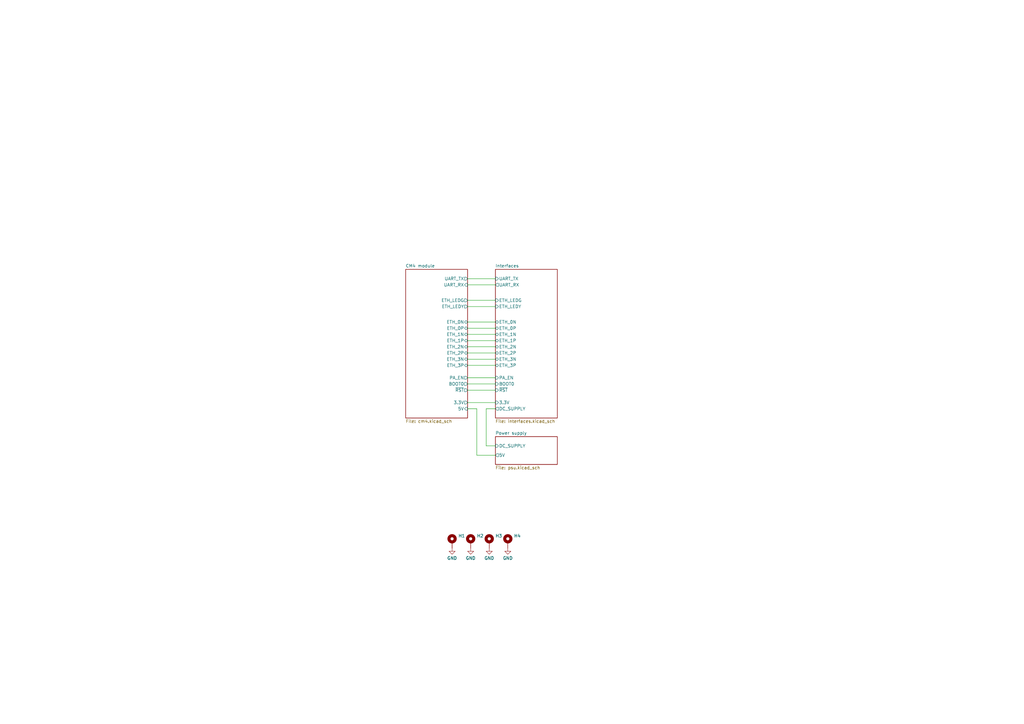
<source format=kicad_sch>
(kicad_sch (version 20230121) (generator eeschema)
  (paper "A3")
  (title_block (title "RRU CM4 board") (date "23-01-2024") (rev "A") (company "M17 Project") (comment 1 "Wojciech Kaczmarski, SP5WWP"))
  (lib_symbols
    (symbol "Mechanical:MountingHole_Pad" (pin_numbers hide) (pin_names (offset 1.016) hide)
      (property "Reference" "H" (at 0 6.35 0))
      (property "Value" "MountingHole_Pad" (at 0 4.445 0))
      (symbol "MountingHole_Pad_0_1"
        (circle (center 0 1.27) (radius 1.27) (stroke (width 1.27)))
      )
      (symbol "MountingHole_Pad_1_1"
        (pin input line (at 0 -2.54 90) (length 2.54) (name "1") (number "1"))
      )
    )
    (symbol "power:GND" (power) (pin_names (offset 0))
      (property "Value" "GND" (at 0 -3.81 0))
      (symbol "GND_0_1"
        (polyline (pts (xy 0 0) (xy 0 -1.27) (xy 1.27 -1.27) (xy 0 -2.54) (xy -1.27 -1.27) (xy 0 -1.27)))
      )
      (symbol "GND_1_1"
        (pin power_in line (at 0 0 270) (length 0) hide (name "GND") (number "1"))
      )
    )
  )
  (wire (pts (xy 191.77 147.32) (xy 203.2 147.32)))
  (wire (pts (xy 191.77 144.78) (xy 203.2 144.78)))
  (wire (pts (xy 195.58 186.69) (xy 203.2 186.69)))
  (wire (pts (xy 191.77 157.48) (xy 203.2 157.48)))
  (wire (pts (xy 191.77 125.73) (xy 203.2 125.73)))
  (wire (pts (xy 203.2 182.88) (xy 199.39 182.88)))
  (wire (pts (xy 191.77 132.08) (xy 203.2 132.08)))
  (wire (pts (xy 199.39 182.88) (xy 199.39 167.64)))
  (wire (pts (xy 191.77 154.94) (xy 203.2 154.94)))
  (wire (pts (xy 191.77 142.24) (xy 203.2 142.24)))
  (wire (pts (xy 191.77 139.7) (xy 203.2 139.7)))
  (wire (pts (xy 191.77 116.84) (xy 203.2 116.84)))
  (wire (pts (xy 191.77 134.62) (xy 203.2 134.62)))
  (wire (pts (xy 195.58 167.64) (xy 195.58 186.69)))
  (wire (pts (xy 191.77 160.02) (xy 203.2 160.02)))
  (wire (pts (xy 195.58 167.64) (xy 191.77 167.64)))
  (wire (pts (xy 191.77 123.19) (xy 203.2 123.19)))
  (wire (pts (xy 191.77 165.1) (xy 203.2 165.1)))
  (wire (pts (xy 191.77 149.86) (xy 203.2 149.86)))
  (wire (pts (xy 199.39 167.64) (xy 203.2 167.64)))
  (wire (pts (xy 191.77 137.16) (xy 203.2 137.16)))
  (wire (pts (xy 191.77 114.3) (xy 203.2 114.3)))
  (symbol (lib_id "power:GND") (at 208.28 224.79 0) (unit 1)
    (property "Reference" "#PWR04" (effects hide))
    (property "Value" "GND" (at 208.28 228.9231 0))
  )
  (symbol (lib_id "power:GND") (at 193.04 224.79 0) (unit 1)
    (property "Reference" "#PWR02" (effects hide))
    (property "Value" "GND" (at 193.04 228.9231 0))
  )
  (symbol (lib_id "Mechanical:MountingHole_Pad") (at 200.66 222.25 0) (unit 1) (in_bom no)
    (property "Reference" "H3" (at 203.2 219.7679 0) (effects (justify left)))
    (property "Value" "MountingHole_Pad" (effects hide))
    (property "Footprint" "MountingHole:MountingHole_3.2mm_M3_Pad_Via" (effects hide))
    (property "PN" "-" (effects hide))
    (property "MPN" "-" (effects hide))
  )
  (symbol (lib_id "Mechanical:MountingHole_Pad") (at 208.28 222.25 0) (unit 1) (in_bom no)
    (property "Reference" "H4" (at 210.82 219.7679 0) (effects (justify left)))
    (property "Value" "MountingHole_Pad" (effects hide))
    (property "Footprint" "MountingHole:MountingHole_3.2mm_M3_Pad_Via" (effects hide))
    (property "PN" "-" (effects hide))
    (property "MPN" "-" (effects hide))
  )
  (symbol (lib_id "Mechanical:MountingHole_Pad") (at 193.04 222.25 0) (unit 1) (in_bom no)
    (property "Reference" "H2" (at 195.58 219.7679 0) (effects (justify left)))
    (property "Value" "MountingHole_Pad" (effects hide))
    (property "Footprint" "MountingHole:MountingHole_3.2mm_M3_Pad_Via" (effects hide))
    (property "PN" "-" (effects hide))
    (property "MPN" "-" (effects hide))
  )
  (symbol (lib_id "Mechanical:MountingHole_Pad") (at 185.42 222.25 0) (unit 1) (in_bom no)
    (property "Reference" "H1" (at 187.96 219.7679 0) (effects (justify left)))
    (property "Value" "MountingHole_Pad" (effects hide))
    (property "Footprint" "MountingHole:MountingHole_3.2mm_M3_Pad_Via" (effects hide))
    (property "PN" "-" (effects hide))
    (property "MPN" "-" (effects hide))
  )
  (symbol (lib_id "power:GND") (at 200.66 224.79 0) (unit 1)
    (property "Reference" "#PWR03" (effects hide))
    (property "Value" "GND" (at 200.66 228.9231 0))
  )
  (symbol (lib_id "power:GND") (at 185.42 224.79 0) (unit 1)
    (property "Reference" "#PWR01" (effects hide))
    (property "Value" "GND" (at 185.42 228.9231 0))
  )
  (sheet (at 203.2 110.49) (size 25.4 60.96) (stroke (width 0.1524))
    (property "Sheetname" "Interfaces" (at 203.2 109.7784 0) (effects (justify left bottom)))
    (property "Sheetfile" "interfaces.kicad_sch" (at 203.2 172.0346 0) (effects (justify left top)))
    (pin "DC_SUPPLY" output (at 203.2 167.64 180))
    (pin "PA_EN" input (at 203.2 154.94 180))
    (pin "UART_TX" input (at 203.2 114.3 180))
    (pin "UART_RX" output (at 203.2 116.84 180))
    (pin "~{RST}" input (at 203.2 160.02 180))
    (pin "BOOT0" input (at 203.2 157.48 180))
    (pin "ETH_2N" bidirectional (at 203.2 142.24 180))
    (pin "ETH_3P" bidirectional (at 203.2 149.86 180))
    (pin "ETH_1P" bidirectional (at 203.2 139.7 180))
    (pin "ETH_0N" bidirectional (at 203.2 132.08 180))
    (pin "ETH_0P" bidirectional (at 203.2 134.62 180))
    (pin "ETH_1N" bidirectional (at 203.2 137.16 180))
    (pin "ETH_2P" bidirectional (at 203.2 144.78 180))
    (pin "ETH_3N" bidirectional (at 203.2 147.32 180))
    (pin "3.3V" input (at 203.2 165.1 180))
    (pin "ETH_LEDG" input (at 203.2 123.19 180))
    (pin "ETH_LEDY" input (at 203.2 125.73 180))
  )
  (sheet (at 166.37 110.49) (size 25.4 60.96) (stroke (width 0.1524))
    (property "Sheetname" "CM4 module" (at 166.37 109.7784 0) (effects (justify left bottom)))
    (property "Sheetfile" "cm4.kicad_sch" (at 166.37 172.0346 0) (effects (justify left top)))
    (pin "~{RST}" output (at 191.77 160.02 0))
    (pin "BOOT0" output (at 191.77 157.48 0))
    (pin "ETH_0N" bidirectional (at 191.77 132.08 0))
    (pin "ETH_0P" bidirectional (at 191.77 134.62 0))
    (pin "ETH_1N" bidirectional (at 191.77 137.16 0))
    (pin "ETH_1P" bidirectional (at 191.77 139.7 0))
    (pin "PA_EN" output (at 191.77 154.94 0))
    (pin "ETH_2N" bidirectional (at 191.77 142.24 0))
    (pin "ETH_3P" bidirectional (at 191.77 149.86 0))
    (pin "ETH_3N" bidirectional (at 191.77 147.32 0))
    (pin "ETH_2P" bidirectional (at 191.77 144.78 0))
    (pin "5V" input (at 191.77 167.64 0))
    (pin "UART_TX" output (at 191.77 114.3 0))
    (pin "UART_RX" input (at 191.77 116.84 0))
    (pin "3.3V" output (at 191.77 165.1 0))
    (pin "ETH_LEDG" output (at 191.77 123.19 0))
    (pin "ETH_LEDY" output (at 191.77 125.73 0))
  )
  (sheet (at 203.2 179.07) (size 25.4 11.43) (stroke (width 0.1524))
    (property "Sheetname" "Power supply" (at 203.2 178.3584 0) (effects (justify left bottom)))
    (property "Sheetfile" "psu.kicad_sch" (at 203.2 191.0846 0) (effects (justify left top)))
    (pin "5V" output (at 203.2 186.69 180))
    (pin "DC_SUPPLY" input (at 203.2 182.88 180))
  )
)
</source>
